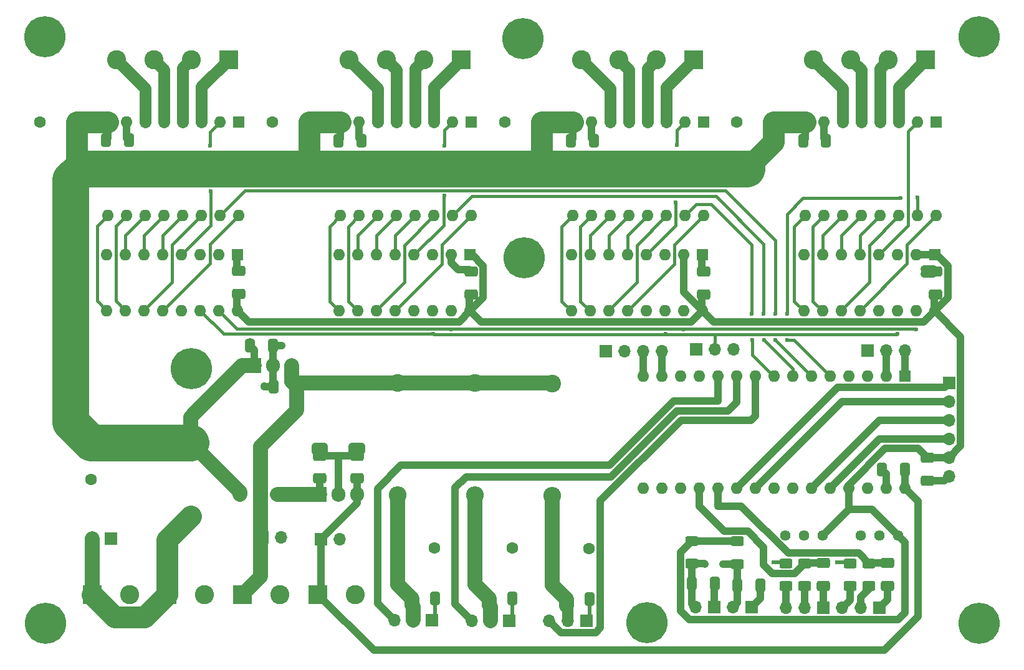
<source format=gbl>
G04 #@! TF.GenerationSoftware,KiCad,Pcbnew,8.0.8*
G04 #@! TF.CreationDate,2025-02-15T21:21:22+01:00*
G04 #@! TF.ProjectId,stepperpcb,73746570-7065-4727-9063-622e6b696361,rev?*
G04 #@! TF.SameCoordinates,Original*
G04 #@! TF.FileFunction,Copper,L2,Bot*
G04 #@! TF.FilePolarity,Positive*
%FSLAX46Y46*%
G04 Gerber Fmt 4.6, Leading zero omitted, Abs format (unit mm)*
G04 Created by KiCad (PCBNEW 8.0.8) date 2025-02-15 21:21:22*
%MOMM*%
%LPD*%
G01*
G04 APERTURE LIST*
G04 Aperture macros list*
%AMRoundRect*
0 Rectangle with rounded corners*
0 $1 Rounding radius*
0 $2 $3 $4 $5 $6 $7 $8 $9 X,Y pos of 4 corners*
0 Add a 4 corners polygon primitive as box body*
4,1,4,$2,$3,$4,$5,$6,$7,$8,$9,$2,$3,0*
0 Add four circle primitives for the rounded corners*
1,1,$1+$1,$2,$3*
1,1,$1+$1,$4,$5*
1,1,$1+$1,$6,$7*
1,1,$1+$1,$8,$9*
0 Add four rect primitives between the rounded corners*
20,1,$1+$1,$2,$3,$4,$5,0*
20,1,$1+$1,$4,$5,$6,$7,0*
20,1,$1+$1,$6,$7,$8,$9,0*
20,1,$1+$1,$8,$9,$2,$3,0*%
G04 Aperture macros list end*
G04 #@! TA.AperFunction,ConnectorPad*
%ADD10C,5.600000*%
G04 #@! TD*
G04 #@! TA.AperFunction,ComponentPad*
%ADD11C,3.600000*%
G04 #@! TD*
G04 #@! TA.AperFunction,ComponentPad*
%ADD12R,1.700000X1.700000*%
G04 #@! TD*
G04 #@! TA.AperFunction,ComponentPad*
%ADD13O,1.700000X1.700000*%
G04 #@! TD*
G04 #@! TA.AperFunction,SMDPad,CuDef*
%ADD14RoundRect,0.250000X-0.412500X-0.650000X0.412500X-0.650000X0.412500X0.650000X-0.412500X0.650000X0*%
G04 #@! TD*
G04 #@! TA.AperFunction,SMDPad,CuDef*
%ADD15RoundRect,0.250000X-0.625000X0.400000X-0.625000X-0.400000X0.625000X-0.400000X0.625000X0.400000X0*%
G04 #@! TD*
G04 #@! TA.AperFunction,SMDPad,CuDef*
%ADD16RoundRect,0.250000X-0.650000X0.412500X-0.650000X-0.412500X0.650000X-0.412500X0.650000X0.412500X0*%
G04 #@! TD*
G04 #@! TA.AperFunction,ComponentPad*
%ADD17C,1.440000*%
G04 #@! TD*
G04 #@! TA.AperFunction,SMDPad,CuDef*
%ADD18RoundRect,0.250000X0.650000X-0.412500X0.650000X0.412500X-0.650000X0.412500X-0.650000X-0.412500X0*%
G04 #@! TD*
G04 #@! TA.AperFunction,ComponentPad*
%ADD19O,1.600000X1.600000*%
G04 #@! TD*
G04 #@! TA.AperFunction,ComponentPad*
%ADD20R,1.600000X1.600000*%
G04 #@! TD*
G04 #@! TA.AperFunction,ComponentPad*
%ADD21C,2.600000*%
G04 #@! TD*
G04 #@! TA.AperFunction,ComponentPad*
%ADD22R,2.600000X2.600000*%
G04 #@! TD*
G04 #@! TA.AperFunction,ComponentPad*
%ADD23C,1.600000*%
G04 #@! TD*
G04 #@! TA.AperFunction,ComponentPad*
%ADD24C,2.400000*%
G04 #@! TD*
G04 #@! TA.AperFunction,ComponentPad*
%ADD25O,2.400000X2.400000*%
G04 #@! TD*
G04 #@! TA.AperFunction,SMDPad,CuDef*
%ADD26RoundRect,0.250000X0.412500X0.650000X-0.412500X0.650000X-0.412500X-0.650000X0.412500X-0.650000X0*%
G04 #@! TD*
G04 #@! TA.AperFunction,ComponentPad*
%ADD27O,1.905000X2.000000*%
G04 #@! TD*
G04 #@! TA.AperFunction,ComponentPad*
%ADD28R,1.905000X2.000000*%
G04 #@! TD*
G04 #@! TA.AperFunction,ComponentPad*
%ADD29C,2.300000*%
G04 #@! TD*
G04 #@! TA.AperFunction,ViaPad*
%ADD30C,0.600000*%
G04 #@! TD*
G04 #@! TA.AperFunction,ViaPad*
%ADD31C,1.500000*%
G04 #@! TD*
G04 #@! TA.AperFunction,Conductor*
%ADD32C,0.400000*%
G04 #@! TD*
G04 #@! TA.AperFunction,Conductor*
%ADD33C,5.000000*%
G04 #@! TD*
G04 #@! TA.AperFunction,Conductor*
%ADD34C,3.000000*%
G04 #@! TD*
G04 #@! TA.AperFunction,Conductor*
%ADD35C,2.000000*%
G04 #@! TD*
G04 #@! TA.AperFunction,Conductor*
%ADD36C,1.000000*%
G04 #@! TD*
G04 #@! TA.AperFunction,Conductor*
%ADD37C,0.500000*%
G04 #@! TD*
G04 #@! TA.AperFunction,Conductor*
%ADD38C,0.250000*%
G04 #@! TD*
G04 #@! TA.AperFunction,Conductor*
%ADD39C,1.600000*%
G04 #@! TD*
G04 #@! TA.AperFunction,Conductor*
%ADD40C,0.200000*%
G04 #@! TD*
G04 #@! TA.AperFunction,Conductor*
%ADD41C,1.500000*%
G04 #@! TD*
G04 APERTURE END LIST*
D10*
X146216800Y-63109200D03*
D11*
X146216800Y-63109200D03*
X146064400Y-33238800D03*
D10*
X146064400Y-33238800D03*
D11*
X101055600Y-78146000D03*
D10*
X101055600Y-78146000D03*
D11*
X162930000Y-112690000D03*
D10*
X162930000Y-112690000D03*
D12*
X172049200Y-110589400D03*
D13*
X169509200Y-110589400D03*
D12*
X203976400Y-80050200D03*
D13*
X203976400Y-82590200D03*
X203976400Y-85130200D03*
X203976400Y-87670200D03*
X203976400Y-90210200D03*
X203976400Y-92750200D03*
D12*
X177103200Y-110607200D03*
D13*
X174563200Y-110607200D03*
X181802400Y-110633400D03*
X184342400Y-110633400D03*
D12*
X186882400Y-110633400D03*
X194527600Y-110658000D03*
D13*
X191987600Y-110658000D03*
X189447600Y-110658000D03*
D12*
X169635600Y-75555200D03*
D13*
X172175600Y-75555200D03*
X174715600Y-75555200D03*
D12*
X157291200Y-75758400D03*
D13*
X159831200Y-75758400D03*
X162371200Y-75758400D03*
X164911200Y-75758400D03*
D12*
X90082800Y-101220000D03*
D13*
X87542800Y-101220000D03*
D12*
X110707600Y-101107600D03*
D13*
X113247600Y-101107600D03*
D12*
X118632400Y-101310800D03*
D13*
X121172400Y-101310800D03*
D12*
X192851200Y-75656800D03*
D13*
X195391200Y-75656800D03*
X197931200Y-75656800D03*
X149647600Y-112462000D03*
X152187600Y-112462000D03*
D12*
X154727600Y-112462000D03*
D13*
X139155600Y-112409400D03*
X141695600Y-112409400D03*
D12*
X144235600Y-112409400D03*
D13*
X128648400Y-112385800D03*
X131188400Y-112385800D03*
D12*
X133728400Y-112385800D03*
D14*
X172112500Y-107356000D03*
X168987500Y-107356000D03*
D15*
X169025400Y-104665600D03*
X169025400Y-101565600D03*
D16*
X186882400Y-107712400D03*
X186882400Y-104587400D03*
D15*
X184342400Y-107712400D03*
X184342400Y-104612400D03*
D17*
X181725800Y-100828200D03*
X184265800Y-100828200D03*
X186805800Y-100828200D03*
D15*
X181770400Y-107712400D03*
X181770400Y-104612400D03*
D17*
X191936600Y-100828200D03*
X194476600Y-100828200D03*
X197016600Y-100828200D03*
D15*
X190508000Y-107712400D03*
X190508000Y-104612400D03*
D10*
X81192800Y-112791600D03*
D11*
X81192800Y-112791600D03*
X208040400Y-32984800D03*
D10*
X208040400Y-32984800D03*
X208040400Y-112791600D03*
D11*
X208040400Y-112791600D03*
D10*
X81142000Y-32984800D03*
D11*
X81142000Y-32984800D03*
D14*
X187250200Y-47152000D03*
X184125200Y-47152000D03*
D18*
X202125200Y-64902000D03*
X202125200Y-68027000D03*
D19*
X201995200Y-70272000D03*
X199455200Y-70272000D03*
X196915200Y-70272000D03*
X194375200Y-70272000D03*
X191835200Y-70272000D03*
X189295200Y-70272000D03*
X186755200Y-70272000D03*
X184215200Y-70272000D03*
X184215200Y-62652000D03*
X186755200Y-62652000D03*
X189295200Y-62652000D03*
X191835200Y-62652000D03*
X194375200Y-62652000D03*
X196915200Y-62652000D03*
X199455200Y-62652000D03*
D20*
X201995200Y-62652000D03*
D21*
X185545200Y-36152000D03*
X190625200Y-36152000D03*
X195705200Y-36152000D03*
D22*
X200785200Y-36152000D03*
D19*
X202165200Y-57352000D03*
X199625200Y-57352000D03*
X197085200Y-57352000D03*
X194545200Y-57352000D03*
X192005200Y-57352000D03*
X189465200Y-57352000D03*
X186925200Y-57352000D03*
X184385200Y-57352000D03*
X184385200Y-44652000D03*
X186925200Y-44652000D03*
X189465200Y-44652000D03*
X192005200Y-44652000D03*
X194545200Y-44652000D03*
X197085200Y-44652000D03*
X199625200Y-44652000D03*
D20*
X202165200Y-44652000D03*
D23*
X175125200Y-44652000D03*
X180125200Y-44652000D03*
D14*
X155703400Y-47152000D03*
X152578400Y-47152000D03*
D18*
X170578400Y-64902000D03*
X170578400Y-68027000D03*
D19*
X170448400Y-70272000D03*
X167908400Y-70272000D03*
X165368400Y-70272000D03*
X162828400Y-70272000D03*
X160288400Y-70272000D03*
X157748400Y-70272000D03*
X155208400Y-70272000D03*
X152668400Y-70272000D03*
X152668400Y-62652000D03*
X155208400Y-62652000D03*
X157748400Y-62652000D03*
X160288400Y-62652000D03*
X162828400Y-62652000D03*
X165368400Y-62652000D03*
X167908400Y-62652000D03*
D20*
X170448400Y-62652000D03*
D21*
X153998400Y-36152000D03*
X159078400Y-36152000D03*
X164158400Y-36152000D03*
D22*
X169238400Y-36152000D03*
D19*
X170618400Y-57352000D03*
X168078400Y-57352000D03*
X165538400Y-57352000D03*
X162998400Y-57352000D03*
X160458400Y-57352000D03*
X157918400Y-57352000D03*
X155378400Y-57352000D03*
X152838400Y-57352000D03*
X152838400Y-44652000D03*
X155378400Y-44652000D03*
X157918400Y-44652000D03*
X160458400Y-44652000D03*
X162998400Y-44652000D03*
X165538400Y-44652000D03*
X168078400Y-44652000D03*
D20*
X170618400Y-44652000D03*
D23*
X143578400Y-44652000D03*
X148578400Y-44652000D03*
D14*
X124156600Y-47152000D03*
X121031600Y-47152000D03*
D18*
X139031600Y-64902000D03*
X139031600Y-68027000D03*
D19*
X138901600Y-70272000D03*
X136361600Y-70272000D03*
X133821600Y-70272000D03*
X131281600Y-70272000D03*
X128741600Y-70272000D03*
X126201600Y-70272000D03*
X123661600Y-70272000D03*
X121121600Y-70272000D03*
X121121600Y-62652000D03*
X123661600Y-62652000D03*
X126201600Y-62652000D03*
X128741600Y-62652000D03*
X131281600Y-62652000D03*
X133821600Y-62652000D03*
X136361600Y-62652000D03*
D20*
X138901600Y-62652000D03*
D21*
X122451600Y-36152000D03*
X127531600Y-36152000D03*
X132611600Y-36152000D03*
D22*
X137691600Y-36152000D03*
D19*
X139071600Y-57352000D03*
X136531600Y-57352000D03*
X133991600Y-57352000D03*
X131451600Y-57352000D03*
X128911600Y-57352000D03*
X126371600Y-57352000D03*
X123831600Y-57352000D03*
X121291600Y-57352000D03*
X121291600Y-44652000D03*
X123831600Y-44652000D03*
X126371600Y-44652000D03*
X128911600Y-44652000D03*
X131451600Y-44652000D03*
X133991600Y-44652000D03*
X136531600Y-44652000D03*
D20*
X139071600Y-44652000D03*
D23*
X112031600Y-44652000D03*
X117031600Y-44652000D03*
D14*
X155107600Y-109475000D03*
X151982600Y-109475000D03*
D23*
X155077600Y-102617000D03*
X150077600Y-102617000D03*
D24*
X150077600Y-80138000D03*
D25*
X150077600Y-95378000D03*
D14*
X144615600Y-109422400D03*
X141490600Y-109422400D03*
D23*
X144585600Y-102564400D03*
X139585600Y-102564400D03*
D25*
X139585600Y-95325400D03*
D24*
X139585600Y-80085400D03*
D22*
X97702800Y-108890800D03*
D21*
X102782800Y-108890800D03*
D22*
X107964400Y-108890800D03*
D21*
X113044400Y-108890800D03*
D19*
X107467200Y-57307200D03*
X104927200Y-57307200D03*
X102387200Y-57307200D03*
X99847200Y-57307200D03*
X97307200Y-57307200D03*
X94767200Y-57307200D03*
X92227200Y-57307200D03*
X89687200Y-57307200D03*
X89687200Y-44607200D03*
X92227200Y-44607200D03*
X94767200Y-44607200D03*
X97307200Y-44607200D03*
X99847200Y-44607200D03*
X102387200Y-44607200D03*
X104927200Y-44607200D03*
D20*
X107467200Y-44607200D03*
D22*
X87542800Y-108890800D03*
D21*
X92622800Y-108890800D03*
D26*
X197931200Y-91862000D03*
X194806200Y-91862000D03*
D27*
X114645400Y-77739600D03*
X112105400Y-77739600D03*
D28*
X109565400Y-77739600D03*
D23*
X87390400Y-88244400D03*
X87390400Y-93244400D03*
D27*
X123509200Y-95265600D03*
X120969200Y-95265600D03*
D28*
X118429200Y-95265600D03*
D21*
X90847200Y-36107200D03*
X95927200Y-36107200D03*
X101007200Y-36107200D03*
D22*
X106087200Y-36107200D03*
D19*
X107297200Y-70227200D03*
X104757200Y-70227200D03*
X102217200Y-70227200D03*
X99677200Y-70227200D03*
X97137200Y-70227200D03*
X94597200Y-70227200D03*
X92057200Y-70227200D03*
X89517200Y-70227200D03*
X89517200Y-62607200D03*
X92057200Y-62607200D03*
X94597200Y-62607200D03*
X97137200Y-62607200D03*
X99677200Y-62607200D03*
X102217200Y-62607200D03*
X104757200Y-62607200D03*
D20*
X107297200Y-62607200D03*
D23*
X134078400Y-102540800D03*
X129078400Y-102540800D03*
D16*
X200979200Y-93386000D03*
X200979200Y-90261000D03*
D20*
X197931200Y-79162000D03*
D19*
X195391200Y-79162000D03*
X192851200Y-79162000D03*
X190311200Y-79162000D03*
X187771200Y-79162000D03*
X185231200Y-79162000D03*
X182691200Y-79162000D03*
X180151200Y-79162000D03*
X177611200Y-79162000D03*
X175071200Y-79162000D03*
X172531200Y-79162000D03*
X169991200Y-79162000D03*
X167451200Y-79162000D03*
X164911200Y-79162000D03*
X162371200Y-79162000D03*
X162371200Y-94402000D03*
X164911200Y-94402000D03*
X167451200Y-94402000D03*
X169991200Y-94402000D03*
X172531200Y-94402000D03*
X175071200Y-94402000D03*
X177611200Y-94402000D03*
X180151200Y-94402000D03*
X182691200Y-94402000D03*
X185231200Y-94402000D03*
X187771200Y-94402000D03*
X190311200Y-94402000D03*
X192851200Y-94402000D03*
X195391200Y-94402000D03*
X197931200Y-94402000D03*
D23*
X80427200Y-44607200D03*
X85427200Y-44607200D03*
D25*
X129078400Y-95301800D03*
D24*
X129078400Y-80061800D03*
D15*
X193080000Y-107712400D03*
X193080000Y-104612400D03*
D18*
X107427200Y-64857200D03*
X107427200Y-67982200D03*
D14*
X134108400Y-109398800D03*
X130983400Y-109398800D03*
D15*
X175223000Y-104716400D03*
X175223000Y-101616400D03*
D16*
X195620000Y-107712400D03*
X195620000Y-104587400D03*
D18*
X123509200Y-93081200D03*
X123509200Y-89956200D03*
D14*
X92552200Y-47107200D03*
X89427200Y-47107200D03*
X178348000Y-107585400D03*
X175223000Y-107585400D03*
D26*
X112180800Y-80584400D03*
X115305800Y-80584400D03*
D14*
X112105400Y-74996400D03*
X108980400Y-74996400D03*
D18*
X118429200Y-93081200D03*
X118429200Y-89956200D03*
D22*
X118226000Y-108880000D03*
D21*
X123306000Y-108880000D03*
D29*
X100932200Y-88230200D03*
X100932200Y-98230200D03*
D30*
X200572800Y-65242800D03*
X200572800Y-64633200D03*
X110910800Y-80533600D03*
X113298400Y-74996400D03*
X124118800Y-88763200D03*
X122899600Y-88763200D03*
X123509200Y-88763200D03*
X117870400Y-88763200D03*
X119089600Y-88763200D03*
X118480000Y-88763200D03*
D31*
X107608800Y-95214800D03*
X112739600Y-95265600D03*
D30*
X188736200Y-104485800D03*
X180100200Y-104485800D03*
X173293000Y-104716400D03*
X170753000Y-104689000D03*
X199658400Y-54879600D03*
X197372400Y-54981200D03*
X177154000Y-70678400D03*
X178779600Y-70729200D03*
X180354400Y-70678400D03*
X181929200Y-70678400D03*
X177230200Y-74259800D03*
X178805000Y-74259800D03*
X180354400Y-74234400D03*
X181929200Y-74285200D03*
X133872400Y-73437000D03*
X165419200Y-73437000D03*
X196915200Y-73437000D03*
X167908400Y-72812000D03*
X136361600Y-72812000D03*
X199455200Y-72812000D03*
X135431600Y-47869200D03*
X135431600Y-54614400D03*
X103595600Y-47869200D03*
X103646400Y-54016000D03*
X166841600Y-55540000D03*
X166978400Y-47716800D03*
D32*
X166841600Y-55540000D02*
X166841600Y-58638800D01*
X166841600Y-58638800D02*
X162828400Y-62652000D01*
X166978400Y-45752000D02*
X168078400Y-44652000D01*
X166978400Y-47716800D02*
X166978400Y-45752000D01*
X135294800Y-58638800D02*
X131281600Y-62652000D01*
X135431600Y-54614400D02*
X135294800Y-54751200D01*
X135294800Y-54751200D02*
X135294800Y-58638800D01*
X135431600Y-45752000D02*
X136531600Y-44652000D01*
X135431600Y-47869200D02*
X135431600Y-45752000D01*
X172277200Y-54727200D02*
X178779600Y-61229600D01*
X139156400Y-54727200D02*
X172277200Y-54727200D01*
X178779600Y-61229600D02*
X178779600Y-70729200D01*
X136531600Y-57352000D02*
X139156400Y-54727200D01*
X173598000Y-53914400D02*
X180354400Y-60670800D01*
X108320000Y-53914400D02*
X173598000Y-53914400D01*
X180354400Y-60670800D02*
X180354400Y-70678400D01*
X104927200Y-57307200D02*
X108320000Y-53914400D01*
X103646400Y-58638000D02*
X99677200Y-62607200D01*
X103646400Y-54016000D02*
X103646400Y-58638000D01*
X103595600Y-45938800D02*
X104927200Y-44607200D01*
X103595600Y-47869200D02*
X103595600Y-45938800D01*
D33*
X84596400Y-52441200D02*
X84596400Y-85450400D01*
X84596400Y-85450400D02*
X87390400Y-88244400D01*
X85427200Y-51610400D02*
X84596400Y-52441200D01*
D34*
X85427200Y-44607200D02*
X85427200Y-51610400D01*
D35*
X141490600Y-110311400D02*
X141695600Y-110516400D01*
X141490600Y-109422400D02*
X141490600Y-110311400D01*
D36*
X203773200Y-64137070D02*
X203773200Y-68494000D01*
X202288130Y-62652000D02*
X203773200Y-64137070D01*
X201995200Y-62652000D02*
X202288130Y-62652000D01*
X203773200Y-68494000D02*
X201995200Y-70272000D01*
X199455200Y-62652000D02*
X201995200Y-62652000D01*
X201856400Y-64633200D02*
X202125200Y-64902000D01*
X200572800Y-64633200D02*
X201856400Y-64633200D01*
X201784400Y-65242800D02*
X202125200Y-64902000D01*
X200572800Y-65242800D02*
X201784400Y-65242800D01*
X167908400Y-62652000D02*
X167908400Y-67732000D01*
X167908400Y-67732000D02*
X170448400Y-70272000D01*
X140679600Y-68494000D02*
X138901600Y-70272000D01*
X139194530Y-62652000D02*
X140679600Y-64137070D01*
X140679600Y-64137070D02*
X140679600Y-68494000D01*
X138901600Y-62652000D02*
X139194530Y-62652000D01*
X137260230Y-64682000D02*
X136361600Y-63783370D01*
X138811600Y-64682000D02*
X137260230Y-64682000D01*
X136361600Y-63783370D02*
X136361600Y-62652000D01*
X139031600Y-64902000D02*
X138811600Y-64682000D01*
X199709200Y-111877200D02*
X199709200Y-96180000D01*
X199709200Y-96180000D02*
X197931200Y-94402000D01*
X195137200Y-116449200D02*
X199709200Y-111877200D01*
X125795200Y-116449200D02*
X195137200Y-116449200D01*
X118226000Y-108880000D02*
X125795200Y-116449200D01*
X168636500Y-112232800D02*
X197042000Y-112232800D01*
X167450400Y-111046700D02*
X168636500Y-112232800D01*
X197042000Y-112232800D02*
X197931200Y-111343600D01*
X167450400Y-103140600D02*
X167450400Y-111046700D01*
X197931200Y-101742800D02*
X197016600Y-100828200D01*
X169025400Y-101565600D02*
X167450400Y-103140600D01*
X197931200Y-111343600D02*
X197931200Y-101742800D01*
X195620000Y-109565600D02*
X194527600Y-110658000D01*
X195620000Y-107712400D02*
X195620000Y-109565600D01*
X191987600Y-109184800D02*
X191987600Y-110658000D01*
X193080000Y-107712400D02*
X193080000Y-108092400D01*
X193080000Y-108092400D02*
X191987600Y-109184800D01*
X190508000Y-109597600D02*
X189447600Y-110658000D01*
X190508000Y-107712400D02*
X190508000Y-109597600D01*
X178348000Y-109362400D02*
X177103200Y-110607200D01*
X178348000Y-107585400D02*
X178348000Y-109362400D01*
X175223000Y-109947400D02*
X174563200Y-110607200D01*
X175223000Y-107585400D02*
X175223000Y-109947400D01*
X172023200Y-107661800D02*
X172023200Y-110563400D01*
X172023200Y-110563400D02*
X172049200Y-110589400D01*
X172150400Y-107534600D02*
X172023200Y-107661800D01*
D32*
X172038600Y-73523200D02*
X172175600Y-73660200D01*
X172175600Y-73660200D02*
X172175600Y-75555200D01*
X196829000Y-73523200D02*
X172211000Y-73523200D01*
X196915200Y-73437000D02*
X196829000Y-73523200D01*
X165505400Y-73523200D02*
X165419200Y-73437000D01*
X172038600Y-73523200D02*
X165505400Y-73523200D01*
X133958600Y-73523200D02*
X133872400Y-73437000D01*
X165333000Y-73523200D02*
X133958600Y-73523200D01*
X165419200Y-73437000D02*
X165333000Y-73523200D01*
X103544800Y-61229600D02*
X107467200Y-57307200D01*
X103544800Y-63819600D02*
X103544800Y-61229600D01*
X97137200Y-70227200D02*
X103544800Y-63819600D01*
X135091600Y-61332000D02*
X139071600Y-57352000D01*
X135091600Y-63922000D02*
X135091600Y-61332000D01*
X128741600Y-70272000D02*
X135091600Y-63922000D01*
X107240400Y-72710400D02*
X199353600Y-72710400D01*
X104757200Y-70227200D02*
X107240400Y-72710400D01*
X199353600Y-72710400D02*
X199455200Y-72812000D01*
X198388400Y-58638800D02*
X198388400Y-45888800D01*
X198388400Y-45888800D02*
X199625200Y-44652000D01*
X194375200Y-62652000D02*
X198388400Y-58638800D01*
X198236000Y-61281200D02*
X202165200Y-57352000D01*
X198236000Y-63871200D02*
X198236000Y-61281200D01*
X191835200Y-70272000D02*
X198236000Y-63871200D01*
X166638400Y-61332000D02*
X170618400Y-57352000D01*
X166638400Y-63922000D02*
X166638400Y-61332000D01*
X160288400Y-70272000D02*
X166638400Y-63922000D01*
X181929200Y-57165600D02*
X181929200Y-70678400D01*
X184113600Y-54981200D02*
X181929200Y-57165600D01*
X197372400Y-54981200D02*
X184113600Y-54981200D01*
X177154000Y-61280400D02*
X177154000Y-70678400D01*
X169636400Y-55794000D02*
X171667600Y-55794000D01*
X171667600Y-55794000D02*
X177154000Y-61280400D01*
X168078400Y-57352000D02*
X169636400Y-55794000D01*
D36*
X173915200Y-83886400D02*
X175071200Y-82730400D01*
X175071200Y-82730400D02*
X175071200Y-79162000D01*
X158031989Y-92848411D02*
X166994000Y-83886400D01*
X136869600Y-94300400D02*
X138321589Y-92848411D01*
X138321589Y-92848411D02*
X158031989Y-92848411D01*
X136869600Y-110123400D02*
X136869600Y-94300400D01*
X166994000Y-83886400D02*
X173915200Y-83886400D01*
X139155600Y-112409400D02*
X136869600Y-110123400D01*
X126303200Y-94452800D02*
X126303200Y-110040600D01*
X129452800Y-91303200D02*
X126303200Y-94452800D01*
X166587600Y-82565600D02*
X157850000Y-91303200D01*
X157850000Y-91303200D02*
X129452800Y-91303200D01*
X172531200Y-82514800D02*
X172480400Y-82565600D01*
X172480400Y-82565600D02*
X166587600Y-82565600D01*
X172531200Y-79162000D02*
X172531200Y-82514800D01*
X126303200Y-110040600D02*
X128648400Y-112385800D01*
X112105400Y-74996400D02*
X113298400Y-74996400D01*
X110961600Y-80584400D02*
X110910800Y-80533600D01*
X112180800Y-80584400D02*
X110961600Y-80584400D01*
X119089600Y-89295800D02*
X118429200Y-89956200D01*
X119089600Y-88763200D02*
X119089600Y-89295800D01*
X117870400Y-88763200D02*
X117870400Y-89397400D01*
X117870400Y-89397400D02*
X118429200Y-89956200D01*
X118480000Y-88763200D02*
X119089600Y-88763200D01*
X118480000Y-88763200D02*
X117870400Y-88763200D01*
X118429200Y-88814000D02*
X118480000Y-88763200D01*
X118429200Y-89956200D02*
X118429200Y-88814000D01*
X124118800Y-89346600D02*
X123509200Y-89956200D01*
X124118800Y-88763200D02*
X124118800Y-89346600D01*
X122899600Y-89346600D02*
X123509200Y-89956200D01*
X122899600Y-88763200D02*
X122899600Y-89346600D01*
X123509200Y-88763200D02*
X124118800Y-88763200D01*
X123509200Y-88763200D02*
X122899600Y-88763200D01*
X123509200Y-89956200D02*
X123509200Y-88763200D01*
X121070800Y-89956200D02*
X120969200Y-90057800D01*
X121070800Y-89956200D02*
X123509200Y-89956200D01*
X120969200Y-90057800D02*
X120969200Y-95265600D01*
X118429200Y-89956200D02*
X121070800Y-89956200D01*
D35*
X115305800Y-83809400D02*
X110422800Y-88692400D01*
X110422800Y-88692400D02*
X110422800Y-106432400D01*
X115305800Y-80584400D02*
X115305800Y-83809400D01*
X110422800Y-106432400D02*
X107964400Y-108890800D01*
X129063800Y-80076400D02*
X129078400Y-80061800D01*
X115813800Y-80076400D02*
X129063800Y-80076400D01*
X115305800Y-80584400D02*
X115813800Y-80076400D01*
X107913600Y-77739600D02*
X109565400Y-77739600D01*
X100932200Y-88230200D02*
X100932200Y-84721000D01*
X100932200Y-84721000D02*
X107913600Y-77739600D01*
X118429200Y-95265600D02*
X112739600Y-95265600D01*
X107608800Y-95214800D02*
X107608800Y-95265600D01*
X107608800Y-94906800D02*
X107608800Y-95214800D01*
X100932200Y-88230200D02*
X107608800Y-94906800D01*
D36*
X193486000Y-97297600D02*
X197016600Y-100828200D01*
X190311200Y-97297600D02*
X193486000Y-97297600D01*
X182114316Y-103224900D02*
X175706000Y-96816584D01*
X175706000Y-96816584D02*
X172531200Y-96816584D01*
X173417200Y-100266400D02*
X176592000Y-100266400D01*
X176592000Y-100266400D02*
X178728600Y-102403000D01*
X169991200Y-96840400D02*
X173417200Y-100266400D01*
D37*
X181643800Y-104485800D02*
X181770400Y-104612400D01*
X180100200Y-104485800D02*
X181643800Y-104485800D01*
X190381400Y-104485800D02*
X190508000Y-104612400D01*
X188736200Y-104485800D02*
X190381400Y-104485800D01*
D36*
X182992400Y-105962400D02*
X184342400Y-104612400D01*
X179900400Y-105962400D02*
X182992400Y-105962400D01*
X178728600Y-104790600D02*
X179900400Y-105962400D01*
X169991200Y-94402000D02*
X169991200Y-96840400D01*
X178728600Y-102403000D02*
X178728600Y-104790600D01*
D37*
X172277000Y-107408000D02*
X172150400Y-107534600D01*
X178423800Y-107509600D02*
X178348000Y-107585400D01*
X186856600Y-107686600D02*
X186882400Y-107712400D01*
X195645000Y-107687400D02*
X195620000Y-107712400D01*
D36*
X173293000Y-104716400D02*
X173214800Y-104716400D01*
X175223000Y-104716400D02*
X173293000Y-104716400D01*
X170729600Y-104665600D02*
X170753000Y-104689000D01*
X169025400Y-104665600D02*
X170729600Y-104665600D01*
X169076200Y-101616400D02*
X169025400Y-101565600D01*
X175223000Y-101616400D02*
X169076200Y-101616400D01*
X199735400Y-89017200D02*
X200979200Y-90261000D01*
X195238070Y-89017200D02*
X199735400Y-89017200D01*
X190311200Y-93944070D02*
X195238070Y-89017200D01*
X190311200Y-94402000D02*
X190311200Y-93944070D01*
X155969200Y-114012000D02*
X151197600Y-114012000D01*
X167552800Y-85156400D02*
X156577600Y-96131600D01*
X151197600Y-114012000D02*
X149647600Y-112462000D01*
X177052400Y-85156400D02*
X167552800Y-85156400D01*
X156577600Y-113403600D02*
X155969200Y-114012000D01*
X177611200Y-84597600D02*
X177052400Y-85156400D01*
X156577600Y-96131600D02*
X156577600Y-113403600D01*
X177611200Y-79162000D02*
X177611200Y-84597600D01*
X182114316Y-103224900D02*
X191692500Y-103224900D01*
X191692500Y-103224900D02*
X193080000Y-104612400D01*
X172531200Y-94402000D02*
X172531200Y-96816584D01*
X195391200Y-92447000D02*
X194806200Y-91862000D01*
X195391200Y-94402000D02*
X195391200Y-92447000D01*
X203364600Y-80662000D02*
X203976400Y-80050200D01*
X188811200Y-80662000D02*
X203364600Y-80662000D01*
X175071200Y-94402000D02*
X188811200Y-80662000D01*
X189423000Y-82590200D02*
X203976400Y-82590200D01*
X177611200Y-94402000D02*
X189423000Y-82590200D01*
X194503000Y-85130200D02*
X203976400Y-85130200D01*
X185231200Y-94402000D02*
X194503000Y-85130200D01*
X187771200Y-94402000D02*
X194503000Y-87670200D01*
X194503000Y-87670200D02*
X203976400Y-87670200D01*
X190311200Y-94402000D02*
X190311200Y-97297600D01*
X190260200Y-97373800D02*
X186805800Y-100828200D01*
X203340600Y-93386000D02*
X203976400Y-92750200D01*
X200979200Y-93386000D02*
X203340600Y-93386000D01*
D32*
X199625200Y-54912800D02*
X199658400Y-54879600D01*
X199625200Y-57352000D02*
X199625200Y-54912800D01*
D38*
X177230200Y-74259800D02*
X177204800Y-74234400D01*
X178805000Y-74259800D02*
X178779600Y-74234400D01*
D32*
X182894400Y-74285200D02*
X181929200Y-74285200D01*
X187771200Y-79162000D02*
X182894400Y-74285200D01*
X180354400Y-74285200D02*
X180354400Y-74234400D01*
X185231200Y-79162000D02*
X180354400Y-74285200D01*
X182691200Y-78146000D02*
X178805000Y-74259800D01*
X182691200Y-79162000D02*
X182691200Y-78146000D01*
X177204800Y-76266400D02*
X180125800Y-79187400D01*
X177204800Y-74285200D02*
X177204800Y-76266400D01*
D36*
X118632400Y-108473600D02*
X118226000Y-108880000D01*
X118632400Y-101310800D02*
X118632400Y-108473600D01*
X123509200Y-96434000D02*
X118632400Y-101310800D01*
X123509200Y-95265600D02*
X123509200Y-96434000D01*
X201030000Y-90210200D02*
X200979200Y-90261000D01*
X203976400Y-90210200D02*
X201030000Y-90210200D01*
X205526400Y-88660200D02*
X203976400Y-90210200D01*
X205526400Y-73803200D02*
X205526400Y-88660200D01*
X201995200Y-70272000D02*
X205526400Y-73803200D01*
X200495200Y-71772000D02*
X201995200Y-70272000D01*
X171948400Y-71772000D02*
X200495200Y-71772000D01*
X170448400Y-70272000D02*
X171948400Y-71772000D01*
X140401600Y-71772000D02*
X168948400Y-71772000D01*
X168948400Y-71772000D02*
X170448400Y-70272000D01*
X138901600Y-70272000D02*
X140401600Y-71772000D01*
X108842000Y-71772000D02*
X137401600Y-71772000D01*
X107297200Y-70227200D02*
X108842000Y-71772000D01*
X137401600Y-71772000D02*
X138901600Y-70272000D01*
X108980400Y-74996400D02*
X108980400Y-74513000D01*
X162371200Y-75758400D02*
X162371200Y-79162000D01*
X164911200Y-75758400D02*
X164911200Y-79162000D01*
D35*
X150025000Y-80085400D02*
X150077600Y-80138000D01*
X139585600Y-80085400D02*
X150025000Y-80085400D01*
X129563400Y-80085400D02*
X139585600Y-80085400D01*
D36*
X129539800Y-80061800D02*
X129563400Y-80085400D01*
X129078400Y-80061800D02*
X129539800Y-80061800D01*
D35*
X114645400Y-79924000D02*
X115305800Y-80584400D01*
X114645400Y-77739600D02*
X114645400Y-79924000D01*
D36*
X112105400Y-80509000D02*
X112180800Y-80584400D01*
X112105400Y-77739600D02*
X112105400Y-80509000D01*
X197931200Y-91862000D02*
X197931200Y-94402000D01*
X195391200Y-75656800D02*
X195391200Y-79162000D01*
X197931200Y-75656800D02*
X197931200Y-79162000D01*
X169025400Y-110105600D02*
X169458400Y-110538600D01*
X169025400Y-104665600D02*
X169025400Y-107534600D01*
X169025400Y-107534600D02*
X169025400Y-110105600D01*
X184367400Y-104587400D02*
X184342400Y-104612400D01*
X186882400Y-104587400D02*
X184367400Y-104587400D01*
X186882400Y-107712400D02*
X186882400Y-110633400D01*
X184342400Y-107712400D02*
X184342400Y-110633400D01*
X181770400Y-110601400D02*
X181802400Y-110633400D01*
X181770400Y-107712400D02*
X181770400Y-110601400D01*
X195620000Y-104587400D02*
X193105000Y-104587400D01*
X193105000Y-104587400D02*
X193080000Y-104612400D01*
X123509200Y-95265600D02*
X123509200Y-93081200D01*
X118429200Y-95265600D02*
X118429200Y-93081200D01*
D33*
X100932200Y-88230200D02*
X87404600Y-88230200D01*
D36*
X87404600Y-88230200D02*
X87390400Y-88244400D01*
D34*
X97702800Y-101459600D02*
X100932200Y-98230200D01*
X97702800Y-108890800D02*
X97702800Y-101459600D01*
D35*
X87542800Y-101220000D02*
X87542800Y-108890800D01*
D34*
X90590800Y-111938800D02*
X87542800Y-108890800D01*
X94654800Y-111938800D02*
X90590800Y-111938800D01*
X97702800Y-108890800D02*
X94654800Y-111938800D01*
D36*
X148578400Y-50841600D02*
X148452000Y-50968000D01*
D34*
X148578400Y-44652000D02*
X148578400Y-50841600D01*
D33*
X148452000Y-50968000D02*
X117260800Y-50968000D01*
D36*
X117031600Y-50738800D02*
X117260800Y-50968000D01*
D33*
X117260800Y-50968000D02*
X87339600Y-50968000D01*
D34*
X117031600Y-44652000D02*
X117031600Y-50738800D01*
X87339600Y-50968000D02*
X85427200Y-49055600D01*
D32*
X184215200Y-70272000D02*
X182901200Y-68958000D01*
X182901200Y-68958000D02*
X182901200Y-58836000D01*
X182901200Y-58836000D02*
X184385200Y-57352000D01*
X189295200Y-60062000D02*
X192005200Y-57352000D01*
X191835200Y-60062000D02*
X194545200Y-57352000D01*
X193100200Y-61337000D02*
X197085200Y-57352000D01*
X189295200Y-62652000D02*
X189295200Y-60062000D01*
X191835200Y-62652000D02*
X191835200Y-60062000D01*
X193100200Y-66377000D02*
X193100200Y-61337000D01*
X189205200Y-70272000D02*
X193100200Y-66377000D01*
D39*
X194545200Y-37312000D02*
X195705200Y-36152000D01*
X194545200Y-44652000D02*
X194545200Y-37312000D01*
D36*
X186925200Y-44652000D02*
X186925200Y-46827000D01*
D39*
X197085200Y-44652000D02*
X197085200Y-39852000D01*
X189465200Y-44652000D02*
X189465200Y-40072000D01*
X189465200Y-40072000D02*
X185545200Y-36152000D01*
X192005200Y-37532000D02*
X190625200Y-36152000D01*
D32*
X186755200Y-60062000D02*
X189465200Y-57352000D01*
X186755200Y-62652000D02*
X186755200Y-60062000D01*
D34*
X180125200Y-44652000D02*
X184385200Y-44652000D01*
D36*
X184385200Y-44652000D02*
X184385200Y-46892000D01*
D39*
X192005200Y-44652000D02*
X192005200Y-37532000D01*
X197085200Y-39852000D02*
X200785200Y-36152000D01*
D36*
X184385200Y-46892000D02*
X184125200Y-47152000D01*
X201905200Y-70272000D02*
X201905200Y-68247000D01*
X201905200Y-68247000D02*
X202125200Y-68027000D01*
X186925200Y-46827000D02*
X187250200Y-47152000D01*
D32*
X185441200Y-58836000D02*
X186925200Y-57352000D01*
X185441200Y-68958000D02*
X185441200Y-58836000D01*
X186755200Y-70272000D02*
X185441200Y-68958000D01*
X152668400Y-70272000D02*
X151354400Y-68958000D01*
X151354400Y-68958000D02*
X151354400Y-58836000D01*
X151354400Y-58836000D02*
X152838400Y-57352000D01*
X157748400Y-60062000D02*
X160458400Y-57352000D01*
X160288400Y-60062000D02*
X162998400Y-57352000D01*
X161553400Y-61337000D02*
X165538400Y-57352000D01*
X157748400Y-62652000D02*
X157748400Y-60062000D01*
X160288400Y-62652000D02*
X160288400Y-60062000D01*
X161553400Y-66377000D02*
X161553400Y-61337000D01*
X157658400Y-70272000D02*
X161553400Y-66377000D01*
D36*
X170358400Y-62652000D02*
X170358400Y-64682000D01*
D39*
X162998400Y-37312000D02*
X164158400Y-36152000D01*
X162998400Y-44652000D02*
X162998400Y-37312000D01*
D36*
X155378400Y-44652000D02*
X155378400Y-46827000D01*
D39*
X165538400Y-44652000D02*
X165538400Y-39852000D01*
X157918400Y-44652000D02*
X157918400Y-40072000D01*
X157918400Y-40072000D02*
X153998400Y-36152000D01*
X160458400Y-37532000D02*
X159078400Y-36152000D01*
D32*
X155208400Y-60062000D02*
X157918400Y-57352000D01*
X155208400Y-62652000D02*
X155208400Y-60062000D01*
D34*
X148578400Y-44652000D02*
X152838400Y-44652000D01*
D36*
X152838400Y-44652000D02*
X152838400Y-46892000D01*
D39*
X160458400Y-44652000D02*
X160458400Y-37532000D01*
X165538400Y-39852000D02*
X169238400Y-36152000D01*
D36*
X170358400Y-64682000D02*
X170578400Y-64902000D01*
X152838400Y-46892000D02*
X152578400Y-47152000D01*
X170358400Y-70272000D02*
X170358400Y-68247000D01*
X170358400Y-68247000D02*
X170578400Y-68027000D01*
X155378400Y-46827000D02*
X155703400Y-47152000D01*
D32*
X153894400Y-58836000D02*
X155378400Y-57352000D01*
X153894400Y-68958000D02*
X153894400Y-58836000D01*
X155208400Y-70272000D02*
X153894400Y-68958000D01*
X121121600Y-70272000D02*
X119807600Y-68958000D01*
X119807600Y-68958000D02*
X119807600Y-58836000D01*
X119807600Y-58836000D02*
X121291600Y-57352000D01*
X126201600Y-60062000D02*
X128911600Y-57352000D01*
X128741600Y-60062000D02*
X131451600Y-57352000D01*
X130006600Y-61337000D02*
X133991600Y-57352000D01*
X126201600Y-62652000D02*
X126201600Y-60062000D01*
X128741600Y-62652000D02*
X128741600Y-60062000D01*
X130006600Y-66377000D02*
X130006600Y-61337000D01*
X126111600Y-70272000D02*
X130006600Y-66377000D01*
D39*
X131451600Y-37312000D02*
X132611600Y-36152000D01*
X131451600Y-44652000D02*
X131451600Y-37312000D01*
D36*
X123831600Y-44652000D02*
X123831600Y-46827000D01*
D39*
X133991600Y-44652000D02*
X133991600Y-39852000D01*
X126371600Y-44652000D02*
X126371600Y-40072000D01*
X126371600Y-40072000D02*
X122451600Y-36152000D01*
X128911600Y-37532000D02*
X127531600Y-36152000D01*
D32*
X123661600Y-60062000D02*
X126371600Y-57352000D01*
X123661600Y-62652000D02*
X123661600Y-60062000D01*
D34*
X117031600Y-44652000D02*
X121291600Y-44652000D01*
D36*
X121291600Y-44652000D02*
X121291600Y-46892000D01*
D39*
X128911600Y-44652000D02*
X128911600Y-37532000D01*
X133991600Y-39852000D02*
X137691600Y-36152000D01*
D36*
X121291600Y-46892000D02*
X121031600Y-47152000D01*
X138811600Y-70272000D02*
X138811600Y-68247000D01*
X138811600Y-68247000D02*
X139031600Y-68027000D01*
X123831600Y-46827000D02*
X124156600Y-47152000D01*
D32*
X122347600Y-58836000D02*
X123831600Y-57352000D01*
X122347600Y-68958000D02*
X122347600Y-58836000D01*
X123661600Y-70272000D02*
X122347600Y-68958000D01*
D35*
X151982600Y-109475000D02*
X151982600Y-110364000D01*
X150077600Y-95378000D02*
X150077600Y-102617000D01*
D40*
X155107600Y-112082000D02*
X154727600Y-112462000D01*
D35*
X150077600Y-107570000D02*
X151982600Y-109475000D01*
D37*
X155107600Y-109475000D02*
X155107600Y-112082000D01*
D41*
X152187600Y-110569000D02*
X152187600Y-112462000D01*
D35*
X150077600Y-102617000D02*
X150077600Y-107570000D01*
X139585600Y-95325400D02*
X139585600Y-102564400D01*
D40*
X144615600Y-112029400D02*
X144235600Y-112409400D01*
D35*
X139585600Y-107517400D02*
X141490600Y-109422400D01*
D37*
X144615600Y-109422400D02*
X144615600Y-112029400D01*
D35*
X141695600Y-110516400D02*
X141695600Y-112409400D01*
X139585600Y-102564400D02*
X139585600Y-107517400D01*
D32*
X88203200Y-68913200D02*
X88203200Y-58791200D01*
X88203200Y-58791200D02*
X89687200Y-57307200D01*
X89517200Y-70227200D02*
X88203200Y-68913200D01*
X90743200Y-58791200D02*
X92227200Y-57307200D01*
X90743200Y-68913200D02*
X90743200Y-58791200D01*
X92057200Y-70227200D02*
X90743200Y-68913200D01*
D36*
X107207200Y-70227200D02*
X107207200Y-68202200D01*
X107207200Y-68202200D02*
X107427200Y-67982200D01*
X92227200Y-46782200D02*
X92552200Y-47107200D01*
X107207200Y-64637200D02*
X107427200Y-64857200D01*
X92227200Y-44607200D02*
X92227200Y-46782200D01*
D40*
X134108400Y-112005800D02*
X133728400Y-112385800D01*
D36*
X107207200Y-62607200D02*
X107207200Y-64637200D01*
D37*
X134108400Y-109398800D02*
X134108400Y-112005800D01*
D36*
X175223000Y-104716400D02*
X175223000Y-107585400D01*
D39*
X97307200Y-37487200D02*
X95927200Y-36107200D01*
X97307200Y-44607200D02*
X97307200Y-37487200D01*
X94767200Y-44607200D02*
X94767200Y-40027200D01*
X94767200Y-40027200D02*
X90847200Y-36107200D01*
X99847200Y-37267200D02*
X101007200Y-36107200D01*
X99847200Y-44607200D02*
X99847200Y-37267200D01*
X102387200Y-39807200D02*
X106087200Y-36107200D01*
X102387200Y-44607200D02*
X102387200Y-39807200D01*
D34*
X85427200Y-44607200D02*
X89687200Y-44607200D01*
D36*
X89687200Y-44607200D02*
X89687200Y-46847200D01*
X89687200Y-46847200D02*
X89427200Y-47107200D01*
D35*
X130983400Y-110287800D02*
X131188400Y-110492800D01*
X129078400Y-107493800D02*
X130983400Y-109398800D01*
X129078400Y-95301800D02*
X129078400Y-102540800D01*
X131188400Y-110492800D02*
X131188400Y-112385800D01*
X130983400Y-109398800D02*
X130983400Y-110287800D01*
X129078400Y-102540800D02*
X129078400Y-107493800D01*
D39*
X100950200Y-98248200D02*
X100932200Y-98230200D01*
D32*
X92057200Y-62607200D02*
X92057200Y-60017200D01*
X92057200Y-60017200D02*
X94767200Y-57307200D01*
X98402200Y-66332200D02*
X98402200Y-61292200D01*
X98402200Y-61292200D02*
X102387200Y-57307200D01*
X94507200Y-70227200D02*
X98402200Y-66332200D01*
X97137200Y-62607200D02*
X97137200Y-60017200D01*
X97137200Y-60017200D02*
X99847200Y-57307200D01*
X94597200Y-60017200D02*
X97307200Y-57307200D01*
X94597200Y-62607200D02*
X94597200Y-60017200D01*
D36*
X112105400Y-77739600D02*
X112105400Y-74996400D01*
X109565400Y-77739600D02*
X109565400Y-75581400D01*
X109565400Y-75581400D02*
X108980400Y-74996400D01*
D33*
X176442800Y-50968000D02*
X148452000Y-50968000D01*
D34*
X180125200Y-47285600D02*
X176442800Y-50968000D01*
X180125200Y-44652000D02*
X180125200Y-47285600D01*
D32*
X133872400Y-73437000D02*
X105427000Y-73437000D01*
X105427000Y-73437000D02*
X102217200Y-70227200D01*
M02*

</source>
